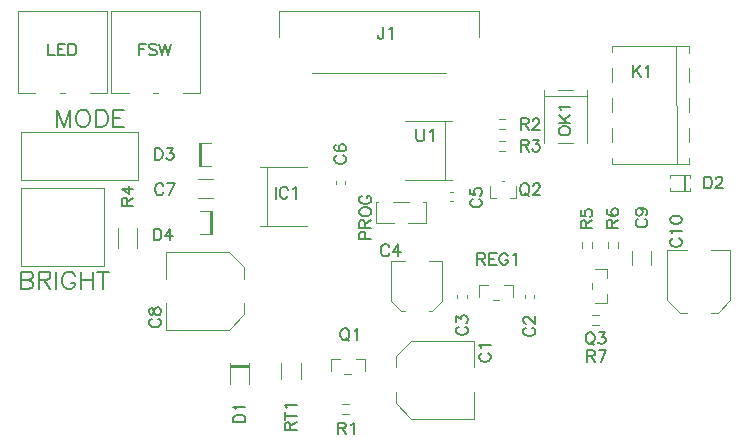
<source format=gto>
%FSLAX46Y46*%
%MOMM*%
%ADD12C,0.050000*%
%ADD10C,0.150000*%
%ADD11C,0.200000*%
G01*
%LPD*%
G01*
%LPD*%
D10*
X53369048Y28727142D02*
X53464284Y28774762D01*
D10*
X53273808Y28631904D02*
X53369048Y28727142D01*
D10*
X53226192Y28536666D02*
X53273808Y28631904D01*
D10*
X53226192Y28346190D02*
X53226192Y28536666D01*
D10*
X53273808Y28250952D02*
X53226192Y28346190D01*
D10*
X53369048Y28155714D02*
X53273808Y28250952D01*
D10*
X53464284Y28108096D02*
X53369048Y28155714D01*
D10*
X53607144Y28060476D02*
X53464284Y28108096D01*
D10*
X53845240Y28060476D02*
X53607144Y28060476D01*
D10*
X53988096Y28108096D02*
X53845240Y28060476D01*
D10*
X54083332Y28155714D02*
X53988096Y28108096D01*
D10*
X54178572Y28250952D02*
X54083332Y28155714D01*
D10*
X54226192Y28346190D02*
X54178572Y28250952D01*
D10*
X54226192Y28536666D02*
X54226192Y28346190D01*
D10*
X54178572Y28631904D02*
X54226192Y28536666D01*
D10*
X54083332Y28727142D02*
X54178572Y28631904D01*
D10*
X53988096Y28774762D02*
X54083332Y28727142D01*
D10*
X53702380Y29631904D02*
X53559524Y29679524D01*
D10*
X53797620Y29536666D02*
X53702380Y29631904D01*
D10*
X53845240Y29393810D02*
X53797620Y29536666D01*
D10*
X53845240Y29346190D02*
X53845240Y29393810D01*
D10*
X53797620Y29203334D02*
X53845240Y29346190D01*
D10*
X53702380Y29108096D02*
X53797620Y29203334D01*
D10*
X53559524Y29060476D02*
X53702380Y29108096D01*
D10*
X53511904Y29060476D02*
X53559524Y29060476D01*
D10*
X53369048Y29108096D02*
X53511904Y29060476D01*
D10*
X53273808Y29203334D02*
X53369048Y29108096D01*
D10*
X53226192Y29346190D02*
X53273808Y29203334D01*
D10*
X53226192Y29393810D02*
X53226192Y29346190D01*
D10*
X53273808Y29536666D02*
X53226192Y29393810D01*
D10*
X53369048Y29631904D02*
X53273808Y29536666D01*
D10*
X53559524Y29679524D02*
X53369048Y29631904D01*
D10*
X53797620Y29679524D02*
X53559524Y29679524D01*
D10*
X54035716Y29631904D02*
X53797620Y29679524D01*
D10*
X54178572Y29536666D02*
X54035716Y29631904D01*
D10*
X54226192Y29393810D02*
X54178572Y29536666D01*
D10*
X54226192Y29298572D02*
X54226192Y29393810D01*
D10*
X54178572Y29155714D02*
X54226192Y29298572D01*
D10*
X54083332Y29108096D02*
X54178572Y29155714D01*
D10*
X11190476Y42623808D02*
X11190476Y43623808D01*
D10*
X11809524Y43623808D02*
X11190476Y43623808D01*
D10*
X11571429Y43147620D02*
X11190476Y43147620D01*
D10*
X12571428Y43576192D02*
X12666667Y43480952D01*
D10*
X12428571Y43623808D02*
X12571428Y43576192D01*
D10*
X12238095Y43623808D02*
X12428571Y43623808D01*
D10*
X12095238Y43576192D02*
X12238095Y43623808D01*
D10*
X12000000Y43480952D02*
X12095238Y43576192D01*
D10*
X12000000Y43385716D02*
X12000000Y43480952D01*
D10*
X12047619Y43290476D02*
X12000000Y43385716D01*
D10*
X12095238Y43242856D02*
X12047619Y43290476D01*
D10*
X12190476Y43195240D02*
X12095238Y43242856D01*
D10*
X12476190Y43100000D02*
X12190476Y43195240D01*
D10*
X12571428Y43052380D02*
X12476190Y43100000D01*
D10*
X12619048Y43004760D02*
X12571428Y43052380D01*
D10*
X12666667Y42909524D02*
X12619048Y43004760D01*
D10*
X12666667Y42766668D02*
X12666667Y42909524D01*
D10*
X12571428Y42671428D02*
X12666667Y42766668D01*
D10*
X12428571Y42623808D02*
X12571428Y42671428D01*
D10*
X12238095Y42623808D02*
X12428571Y42623808D01*
D10*
X12095238Y42671428D02*
X12238095Y42623808D01*
D10*
X12000000Y42766668D02*
X12095238Y42671428D01*
D10*
X13142857Y42623808D02*
X12904762Y43623808D01*
D10*
X13142857Y42623808D02*
X13380952Y43623808D01*
D10*
X13619048Y42623808D02*
X13380952Y43623808D01*
D10*
X13619048Y42623808D02*
X13857143Y43623808D01*
D10*
X43510476Y34473808D02*
X43510476Y35473808D01*
D10*
X43939048Y35473808D02*
X43510476Y35473808D01*
D10*
X44081904Y35426192D02*
X43939048Y35473808D01*
D10*
X44129524Y35378572D02*
X44081904Y35426192D01*
D10*
X44177144Y35283332D02*
X44129524Y35378572D01*
D10*
X44177144Y35188096D02*
X44177144Y35283332D01*
D10*
X44129524Y35092856D02*
X44177144Y35188096D01*
D10*
X44081904Y35045240D02*
X44129524Y35092856D01*
D10*
X43939048Y34997620D02*
X44081904Y35045240D01*
D10*
X43510476Y34997620D02*
X43939048Y34997620D01*
D10*
X44177144Y34473808D02*
X43843808Y34997620D01*
D10*
X45081904Y35473808D02*
X44558096Y35473808D01*
D10*
X44796192Y35092856D02*
X45081904Y35473808D01*
D10*
X44939048Y35092856D02*
X44796192Y35092856D01*
D10*
X45034284Y35045240D02*
X44939048Y35092856D01*
D10*
X45081904Y34997620D02*
X45034284Y35045240D01*
D10*
X45129524Y34854760D02*
X45081904Y34997620D01*
D10*
X45129524Y34759524D02*
X45129524Y34854760D01*
D10*
X45081904Y34616668D02*
X45129524Y34759524D01*
D10*
X44986668Y34521428D02*
X45081904Y34616668D01*
D10*
X44843808Y34473808D02*
X44986668Y34521428D01*
D10*
X44700952Y34473808D02*
X44843808Y34473808D01*
D10*
X44558096Y34521428D02*
X44700952Y34473808D01*
D10*
X44510476Y34569048D02*
X44558096Y34521428D01*
D10*
X44462856Y34664284D02*
X44510476Y34569048D01*
D10*
X12169048Y20284524D02*
X12264286Y20332142D01*
D10*
X12073810Y20189286D02*
X12169048Y20284524D01*
D10*
X12026190Y20094048D02*
X12073810Y20189286D01*
D10*
X12026190Y19903572D02*
X12026190Y20094048D01*
D10*
X12073810Y19808334D02*
X12026190Y19903572D01*
D10*
X12169048Y19713096D02*
X12073810Y19808334D01*
D10*
X12264286Y19665476D02*
X12169048Y19713096D01*
D10*
X12407143Y19617858D02*
X12264286Y19665476D01*
D10*
X12645238Y19617858D02*
X12407143Y19617858D01*
D10*
X12788095Y19665476D02*
X12645238Y19617858D01*
D10*
X12883333Y19713096D02*
X12788095Y19665476D01*
D10*
X12978571Y19808334D02*
X12883333Y19713096D01*
D10*
X13026190Y19903572D02*
X12978571Y19808334D01*
D10*
X13026190Y20094048D02*
X13026190Y19903572D01*
D10*
X12978571Y20189286D02*
X13026190Y20094048D01*
D10*
X12883333Y20284524D02*
X12978571Y20189286D01*
D10*
X12788095Y20332142D02*
X12883333Y20284524D01*
D10*
X12073810Y20713096D02*
X12026190Y20855952D01*
D10*
X12169048Y20665476D02*
X12073810Y20713096D01*
D10*
X12264286Y20665476D02*
X12169048Y20665476D01*
D10*
X12359524Y20713096D02*
X12264286Y20665476D01*
D10*
X12407143Y20808334D02*
X12359524Y20713096D01*
D10*
X12454762Y20998810D02*
X12407143Y20808334D01*
D10*
X12502381Y21141666D02*
X12454762Y20998810D01*
D10*
X12597619Y21236904D02*
X12502381Y21141666D01*
D10*
X12692857Y21284524D02*
X12597619Y21236904D01*
D10*
X12835714Y21284524D02*
X12692857Y21284524D01*
D10*
X12930952Y21236904D02*
X12835714Y21284524D01*
D10*
X12978571Y21189286D02*
X12930952Y21236904D01*
D10*
X13026190Y21046428D02*
X12978571Y21189286D01*
D10*
X13026190Y20855952D02*
X13026190Y21046428D01*
D10*
X12978571Y20713096D02*
X13026190Y20855952D01*
D10*
X12930952Y20665476D02*
X12978571Y20713096D01*
D10*
X12835714Y20617858D02*
X12930952Y20665476D01*
D10*
X12692857Y20617858D02*
X12835714Y20617858D01*
D10*
X12597619Y20665476D02*
X12692857Y20617858D01*
D10*
X12502381Y20760714D02*
X12597619Y20665476D01*
D10*
X12454762Y20903572D02*
X12502381Y20760714D01*
D10*
X12407143Y21094048D02*
X12454762Y20903572D01*
D10*
X12359524Y21189286D02*
X12407143Y21094048D01*
D10*
X12264286Y21236904D02*
X12359524Y21189286D01*
D10*
X12169048Y21236904D02*
X12264286Y21236904D01*
D10*
X12073810Y21189286D02*
X12169048Y21236904D01*
D10*
X12026190Y21046428D02*
X12073810Y21189286D01*
D10*
X12026190Y20855952D02*
X12026190Y21046428D01*
D10*
X22750476Y30493810D02*
X22750476Y31493810D01*
D10*
X23750476Y31350952D02*
X23798096Y31255714D01*
D10*
X23655238Y31446190D02*
X23750476Y31350952D01*
D10*
X23560000Y31493810D02*
X23655238Y31446190D01*
D10*
X23369524Y31493810D02*
X23560000Y31493810D01*
D10*
X23274286Y31446190D02*
X23369524Y31493810D01*
D10*
X23179048Y31350952D02*
X23274286Y31446190D01*
D10*
X23131428Y31255714D02*
X23179048Y31350952D01*
D10*
X23083810Y31112858D02*
X23131428Y31255714D01*
D10*
X23083810Y30874762D02*
X23083810Y31112858D01*
D10*
X23131428Y30731904D02*
X23083810Y30874762D01*
D10*
X23179048Y30636666D02*
X23131428Y30731904D01*
D10*
X23274286Y30541428D02*
X23179048Y30636666D01*
D10*
X23369524Y30493810D02*
X23274286Y30541428D01*
D10*
X23560000Y30493810D02*
X23369524Y30493810D01*
D10*
X23655238Y30541428D02*
X23560000Y30493810D01*
D10*
X23750476Y30636666D02*
X23655238Y30541428D01*
D10*
X23798096Y30731904D02*
X23750476Y30636666D01*
D10*
X24321904Y31350952D02*
X24226666Y31303334D01*
D10*
X24464762Y31493810D02*
X24321904Y31350952D01*
D10*
X24464762Y30493810D02*
X24464762Y31493810D01*
D10*
X51776192Y28040476D02*
X50776192Y28040476D01*
D10*
X50776192Y28469048D02*
X50776192Y28040476D01*
D10*
X50823808Y28611904D02*
X50776192Y28469048D01*
D10*
X50871428Y28659524D02*
X50823808Y28611904D01*
D10*
X50966668Y28707142D02*
X50871428Y28659524D01*
D10*
X51061904Y28707142D02*
X50966668Y28707142D01*
D10*
X51157144Y28659524D02*
X51061904Y28707142D01*
D10*
X51204760Y28611904D02*
X51157144Y28659524D01*
D10*
X51252380Y28469048D02*
X51204760Y28611904D01*
D10*
X51252380Y28040476D02*
X51252380Y28469048D01*
D10*
X51776192Y28707142D02*
X51252380Y28373810D01*
D10*
X50823808Y29564286D02*
X50919048Y29611904D01*
D10*
X50776192Y29421428D02*
X50823808Y29564286D01*
D10*
X50776192Y29326190D02*
X50776192Y29421428D01*
D10*
X50823808Y29183334D02*
X50776192Y29326190D01*
D10*
X50966668Y29088096D02*
X50823808Y29183334D01*
D10*
X51204760Y29040476D02*
X50966668Y29088096D01*
D10*
X51442856Y29040476D02*
X51204760Y29040476D01*
D10*
X51633332Y29088096D02*
X51442856Y29040476D01*
D10*
X51728572Y29183334D02*
X51633332Y29088096D01*
D10*
X51776192Y29326190D02*
X51728572Y29183334D01*
D10*
X51776192Y29373810D02*
X51776192Y29326190D01*
D10*
X51728572Y29516666D02*
X51776192Y29373810D01*
D10*
X51633332Y29611904D02*
X51728572Y29516666D01*
D10*
X51490476Y29659524D02*
X51633332Y29611904D01*
D10*
X51442856Y29659524D02*
X51490476Y29659524D01*
D10*
X51300000Y29611904D02*
X51442856Y29659524D01*
D10*
X51204760Y29516666D02*
X51300000Y29611904D01*
D10*
X51157144Y29373810D02*
X51204760Y29516666D01*
D10*
X51157144Y29326190D02*
X51157144Y29373810D01*
D10*
X51204760Y29183334D02*
X51157144Y29326190D01*
D10*
X51300000Y29088096D02*
X51204760Y29183334D01*
D10*
X51442856Y29040476D02*
X51300000Y29088096D01*
D10*
X10706190Y29898096D02*
X9706190Y29898096D01*
D10*
X9706190Y30326666D02*
X9706190Y29898096D01*
D10*
X9753810Y30469524D02*
X9706190Y30326666D01*
D10*
X9801429Y30517142D02*
X9753810Y30469524D01*
D10*
X9896667Y30564762D02*
X9801429Y30517142D01*
D10*
X9991905Y30564762D02*
X9896667Y30564762D01*
D10*
X10087143Y30517142D02*
X9991905Y30564762D01*
D10*
X10134762Y30469524D02*
X10087143Y30517142D01*
D10*
X10182381Y30326666D02*
X10134762Y30469524D01*
D10*
X10182381Y29898096D02*
X10182381Y30326666D01*
D10*
X10706190Y30564762D02*
X10182381Y30231428D01*
D10*
X10372857Y30850476D02*
X9706190Y31326666D01*
D10*
X10372857Y31564762D02*
X10372857Y30850476D01*
D10*
X10706190Y31326666D02*
X9706190Y31326666D01*
D10*
X49140476Y16643810D02*
X49140476Y17643810D01*
D10*
X49569048Y17643810D02*
X49140476Y17643810D01*
D10*
X49711904Y17596190D02*
X49569048Y17643810D01*
D10*
X49759524Y17548572D02*
X49711904Y17596190D01*
D10*
X49807144Y17453334D02*
X49759524Y17548572D01*
D10*
X49807144Y17358096D02*
X49807144Y17453334D01*
D10*
X49759524Y17262858D02*
X49807144Y17358096D01*
D10*
X49711904Y17215238D02*
X49759524Y17262858D01*
D10*
X49569048Y17167620D02*
X49711904Y17215238D01*
D10*
X49140476Y17167620D02*
X49569048Y17167620D01*
D10*
X49807144Y16643810D02*
X49473808Y17167620D01*
D10*
X50283332Y16643810D02*
X50759524Y17643810D01*
D10*
X50759524Y17643810D02*
X50092856Y17643810D01*
D10*
X32324524Y26475952D02*
X32372142Y26380714D01*
D10*
X32229286Y26571190D02*
X32324524Y26475952D01*
D10*
X32134048Y26618810D02*
X32229286Y26571190D01*
D10*
X31943572Y26618810D02*
X32134048Y26618810D01*
D10*
X31848334Y26571190D02*
X31943572Y26618810D01*
D10*
X31753096Y26475952D02*
X31848334Y26571190D01*
D10*
X31705476Y26380714D02*
X31753096Y26475952D01*
D10*
X31657858Y26237858D02*
X31705476Y26380714D01*
D10*
X31657858Y25999762D02*
X31657858Y26237858D01*
D10*
X31705476Y25856904D02*
X31657858Y25999762D01*
D10*
X31753096Y25761666D02*
X31705476Y25856904D01*
D10*
X31848334Y25666428D02*
X31753096Y25761666D01*
D10*
X31943572Y25618810D02*
X31848334Y25666428D01*
D10*
X32134048Y25618810D02*
X31943572Y25618810D01*
D10*
X32229286Y25666428D02*
X32134048Y25618810D01*
D10*
X32324524Y25761666D02*
X32229286Y25666428D01*
D10*
X32372142Y25856904D02*
X32324524Y25761666D01*
D10*
X32657858Y25952142D02*
X33134048Y26618810D01*
D10*
X33372142Y25952142D02*
X32657858Y25952142D01*
D10*
X33134048Y25618810D02*
X33134048Y26618810D01*
D10*
X28433334Y19452650D02*
X28528572Y19500270D01*
D10*
X28338096Y19357412D02*
X28433334Y19452650D01*
D10*
X28290476Y19262174D02*
X28338096Y19357412D01*
D10*
X28242858Y19119318D02*
X28290476Y19262174D01*
D10*
X28242858Y18881222D02*
X28242858Y19119318D01*
D10*
X28290476Y18738364D02*
X28242858Y18881222D01*
D10*
X28338096Y18643126D02*
X28290476Y18738364D01*
D10*
X28433334Y18547888D02*
X28338096Y18643126D01*
D10*
X28528572Y18500270D02*
X28433334Y18547888D01*
D10*
X28719048Y18500270D02*
X28528572Y18500270D01*
D10*
X28814286Y18547888D02*
X28719048Y18500270D01*
D10*
X28909524Y18643126D02*
X28814286Y18547888D01*
D10*
X28957142Y18738364D02*
X28909524Y18643126D01*
D10*
X29004762Y18881222D02*
X28957142Y18738364D01*
D10*
X29004762Y19119318D02*
X29004762Y18881222D01*
D10*
X28957142Y19262174D02*
X29004762Y19119318D01*
D10*
X28909524Y19357412D02*
X28957142Y19262174D01*
D10*
X28814286Y19452650D02*
X28909524Y19357412D01*
D10*
X28719048Y19500270D02*
X28814286Y19452650D01*
D10*
X28528572Y19500270D02*
X28719048Y19500270D01*
D10*
X28957142Y18405032D02*
X28671428Y18690746D01*
D10*
X29528572Y19357412D02*
X29433334Y19309794D01*
D10*
X29671428Y19500270D02*
X29528572Y19357412D01*
D10*
X29671428Y18500270D02*
X29671428Y19500270D01*
D10*
X27859048Y34117144D02*
X27954286Y34164760D01*
D10*
X27763810Y34021904D02*
X27859048Y34117144D01*
D10*
X27716190Y33926668D02*
X27763810Y34021904D01*
D10*
X27716190Y33736192D02*
X27716190Y33926668D01*
D10*
X27763810Y33640952D02*
X27716190Y33736192D01*
D10*
X27859048Y33545714D02*
X27763810Y33640952D01*
D10*
X27954286Y33498096D02*
X27859048Y33545714D01*
D10*
X28097142Y33450476D02*
X27954286Y33498096D01*
D10*
X28335238Y33450476D02*
X28097142Y33450476D01*
D10*
X28478096Y33498096D02*
X28335238Y33450476D01*
D10*
X28573334Y33545714D02*
X28478096Y33498096D01*
D10*
X28668572Y33640952D02*
X28573334Y33545714D01*
D10*
X28716190Y33736192D02*
X28668572Y33640952D01*
D10*
X28716190Y33926668D02*
X28716190Y33736192D01*
D10*
X28668572Y34021904D02*
X28716190Y33926668D01*
D10*
X28573334Y34117144D02*
X28668572Y34021904D01*
D10*
X28478096Y34164760D02*
X28573334Y34117144D01*
D10*
X27763810Y35021904D02*
X27859048Y35069524D01*
D10*
X27716190Y34879048D02*
X27763810Y35021904D01*
D10*
X27716190Y34783808D02*
X27716190Y34879048D01*
D10*
X27763810Y34640952D02*
X27716190Y34783808D01*
D10*
X27906666Y34545716D02*
X27763810Y34640952D01*
D10*
X28144762Y34498096D02*
X27906666Y34545716D01*
D10*
X28382858Y34498096D02*
X28144762Y34498096D01*
D10*
X28573334Y34545716D02*
X28382858Y34498096D01*
D10*
X28668572Y34640952D02*
X28573334Y34545716D01*
D10*
X28716190Y34783808D02*
X28668572Y34640952D01*
D10*
X28716190Y34831428D02*
X28716190Y34783808D01*
D10*
X28668572Y34974284D02*
X28716190Y34831428D01*
D10*
X28573334Y35069524D02*
X28668572Y34974284D01*
D10*
X28430476Y35117144D02*
X28573334Y35069524D01*
D10*
X28382858Y35117144D02*
X28430476Y35117144D01*
D10*
X28240000Y35069524D02*
X28382858Y35117144D01*
D10*
X28144762Y34974284D02*
X28240000Y35069524D01*
D10*
X28097142Y34831428D02*
X28144762Y34974284D01*
D10*
X28097142Y34783808D02*
X28097142Y34831428D01*
D10*
X28144762Y34640952D02*
X28097142Y34783808D01*
D10*
X28240000Y34545716D02*
X28144762Y34640952D01*
D10*
X28382858Y34498096D02*
X28240000Y34545716D01*
D10*
X49183332Y19146190D02*
X49278572Y19193810D01*
D10*
X49088096Y19050952D02*
X49183332Y19146190D01*
D10*
X49040476Y18955714D02*
X49088096Y19050952D01*
D10*
X48992856Y18812858D02*
X49040476Y18955714D01*
D10*
X48992856Y18574762D02*
X48992856Y18812858D01*
D10*
X49040476Y18431904D02*
X48992856Y18574762D01*
D10*
X49088096Y18336666D02*
X49040476Y18431904D01*
D10*
X49183332Y18241428D02*
X49088096Y18336666D01*
D10*
X49278572Y18193810D02*
X49183332Y18241428D01*
D10*
X49469048Y18193810D02*
X49278572Y18193810D01*
D10*
X49564284Y18241428D02*
X49469048Y18193810D01*
D10*
X49659524Y18336666D02*
X49564284Y18241428D01*
D10*
X49707144Y18431904D02*
X49659524Y18336666D01*
D10*
X49754760Y18574762D02*
X49707144Y18431904D01*
D10*
X49754760Y18812858D02*
X49754760Y18574762D01*
D10*
X49707144Y18955714D02*
X49754760Y18812858D01*
D10*
X49659524Y19050952D02*
X49707144Y18955714D01*
D10*
X49564284Y19146190D02*
X49659524Y19050952D01*
D10*
X49469048Y19193810D02*
X49564284Y19146190D01*
D10*
X49278572Y19193810D02*
X49469048Y19193810D01*
D10*
X49707144Y18098572D02*
X49421428Y18384286D01*
D10*
X50659524Y19193810D02*
X50135716Y19193810D01*
D10*
X50373808Y18812858D02*
X50659524Y19193810D01*
D10*
X50516668Y18812858D02*
X50373808Y18812858D01*
D10*
X50611904Y18765238D02*
X50516668Y18812858D01*
D10*
X50659524Y18717620D02*
X50611904Y18765238D01*
D10*
X50707144Y18574762D02*
X50659524Y18717620D01*
D10*
X50707144Y18479524D02*
X50707144Y18574762D01*
D10*
X50659524Y18336666D02*
X50707144Y18479524D01*
D10*
X50564284Y18241428D02*
X50659524Y18336666D01*
D10*
X50421428Y18193810D02*
X50564284Y18241428D01*
D10*
X50278572Y18193810D02*
X50421428Y18193810D01*
D10*
X50135716Y18241428D02*
X50278572Y18193810D01*
D10*
X50088096Y18289048D02*
X50135716Y18241428D01*
D10*
X50040476Y18384286D02*
X50088096Y18289048D01*
D10*
X43869048Y19529524D02*
X43964284Y19577142D01*
D10*
X43773808Y19434286D02*
X43869048Y19529524D01*
D10*
X43726192Y19339048D02*
X43773808Y19434286D01*
D10*
X43726192Y19148572D02*
X43726192Y19339048D01*
D10*
X43773808Y19053334D02*
X43726192Y19148572D01*
D10*
X43869048Y18958096D02*
X43773808Y19053334D01*
D10*
X43964284Y18910476D02*
X43869048Y18958096D01*
D10*
X44107144Y18862858D02*
X43964284Y18910476D01*
D10*
X44345240Y18862858D02*
X44107144Y18862858D01*
D10*
X44488096Y18910476D02*
X44345240Y18862858D01*
D10*
X44583332Y18958096D02*
X44488096Y18910476D01*
D10*
X44678572Y19053334D02*
X44583332Y18958096D01*
D10*
X44726192Y19148572D02*
X44678572Y19053334D01*
D10*
X44726192Y19339048D02*
X44726192Y19148572D01*
D10*
X44678572Y19434286D02*
X44726192Y19339048D01*
D10*
X44583332Y19529524D02*
X44678572Y19434286D01*
D10*
X44488096Y19577142D02*
X44583332Y19529524D01*
D10*
X43916668Y19910476D02*
X43964284Y19910476D01*
D10*
X43821428Y19958096D02*
X43916668Y19910476D01*
D10*
X43773808Y20005714D02*
X43821428Y19958096D01*
D10*
X43726192Y20100952D02*
X43773808Y20005714D01*
D10*
X43726192Y20291428D02*
X43726192Y20100952D01*
D10*
X43773808Y20386666D02*
X43726192Y20291428D01*
D10*
X43821428Y20434286D02*
X43773808Y20386666D01*
D10*
X43916668Y20481904D02*
X43821428Y20434286D01*
D10*
X44011904Y20481904D02*
X43916668Y20481904D01*
D10*
X44107144Y20434286D02*
X44011904Y20481904D01*
D10*
X44250000Y20339048D02*
X44107144Y20434286D01*
D10*
X44726192Y19862858D02*
X44250000Y20339048D01*
D10*
X44726192Y20529524D02*
X44726192Y19862858D01*
D10*
X38169048Y19609524D02*
X38264284Y19657142D01*
D10*
X38073808Y19514286D02*
X38169048Y19609524D01*
D10*
X38026192Y19419048D02*
X38073808Y19514286D01*
D10*
X38026192Y19228572D02*
X38026192Y19419048D01*
D10*
X38073808Y19133334D02*
X38026192Y19228572D01*
D10*
X38169048Y19038096D02*
X38073808Y19133334D01*
D10*
X38264284Y18990476D02*
X38169048Y19038096D01*
D10*
X38407144Y18942858D02*
X38264284Y18990476D01*
D10*
X38645240Y18942858D02*
X38407144Y18942858D01*
D10*
X38788096Y18990476D02*
X38645240Y18942858D01*
D10*
X38883332Y19038096D02*
X38788096Y18990476D01*
D10*
X38978572Y19133334D02*
X38883332Y19038096D01*
D10*
X39026192Y19228572D02*
X38978572Y19133334D01*
D10*
X39026192Y19419048D02*
X39026192Y19228572D01*
D10*
X38978572Y19514286D02*
X39026192Y19419048D01*
D10*
X38883332Y19609524D02*
X38978572Y19514286D01*
D10*
X38788096Y19657142D02*
X38883332Y19609524D01*
D10*
X38026192Y20561904D02*
X38026192Y20038096D01*
D10*
X38407144Y20276190D02*
X38026192Y20561904D01*
D10*
X38407144Y20419048D02*
X38407144Y20276190D01*
D10*
X38454760Y20514286D02*
X38407144Y20419048D01*
D10*
X38502380Y20561904D02*
X38454760Y20514286D01*
D10*
X38645240Y20609524D02*
X38502380Y20561904D01*
D10*
X38740476Y20609524D02*
X38645240Y20609524D01*
D10*
X38883332Y20561904D02*
X38740476Y20609524D01*
D10*
X38978572Y20466666D02*
X38883332Y20561904D01*
D10*
X39026192Y20323810D02*
X38978572Y20466666D01*
D10*
X39026192Y20180952D02*
X39026192Y20323810D01*
D10*
X38978572Y20038096D02*
X39026192Y20180952D01*
D10*
X38930952Y19990476D02*
X38978572Y20038096D01*
D10*
X38835716Y19942858D02*
X38930952Y19990476D01*
D11*
X1182000Y22815714D02*
X1182000Y24315714D01*
D11*
X1824857Y24315714D02*
X1182000Y24315714D01*
D11*
X2039143Y24244286D02*
X1824857Y24315714D01*
D11*
X2110571Y24172858D02*
X2039143Y24244286D01*
D11*
X2182000Y24030000D02*
X2110571Y24172858D01*
D11*
X2182000Y23887142D02*
X2182000Y24030000D01*
D11*
X2110571Y23744286D02*
X2182000Y23887142D01*
D11*
X2039143Y23672858D02*
X2110571Y23744286D01*
D11*
X1824857Y23601428D02*
X2039143Y23672858D01*
D11*
X1824857Y23601428D02*
X1182000Y23601428D01*
D11*
X2039143Y23530000D02*
X1824857Y23601428D01*
D11*
X2110571Y23458572D02*
X2039143Y23530000D01*
D11*
X2182000Y23315714D02*
X2110571Y23458572D01*
D11*
X2182000Y23101428D02*
X2182000Y23315714D01*
D11*
X2110571Y22958572D02*
X2182000Y23101428D01*
D11*
X2039143Y22887142D02*
X2110571Y22958572D01*
D11*
X1824857Y22815714D02*
X2039143Y22887142D01*
D11*
X1182000Y22815714D02*
X1824857Y22815714D01*
D11*
X2682000Y22815714D02*
X2682000Y24315714D01*
D11*
X3324857Y24315714D02*
X2682000Y24315714D01*
D11*
X3539143Y24244286D02*
X3324857Y24315714D01*
D11*
X3610571Y24172858D02*
X3539143Y24244286D01*
D11*
X3682000Y24030000D02*
X3610571Y24172858D01*
D11*
X3682000Y23887142D02*
X3682000Y24030000D01*
D11*
X3610571Y23744286D02*
X3682000Y23887142D01*
D11*
X3539143Y23672858D02*
X3610571Y23744286D01*
D11*
X3324857Y23601428D02*
X3539143Y23672858D01*
D11*
X2682000Y23601428D02*
X3324857Y23601428D01*
D11*
X3682000Y22815714D02*
X3182000Y23601428D01*
D11*
X4182000Y22815714D02*
X4182000Y24315714D01*
D11*
X5682000Y24101428D02*
X5753428Y23958572D01*
D11*
X5539143Y24244286D02*
X5682000Y24101428D01*
D11*
X5396286Y24315714D02*
X5539143Y24244286D01*
D11*
X5110571Y24315714D02*
X5396286Y24315714D01*
D11*
X4967714Y24244286D02*
X5110571Y24315714D01*
D11*
X4824857Y24101428D02*
X4967714Y24244286D01*
D11*
X4753429Y23958572D02*
X4824857Y24101428D01*
D11*
X4682000Y23744286D02*
X4753429Y23958572D01*
D11*
X4682000Y23387142D02*
X4682000Y23744286D01*
D11*
X4753429Y23172858D02*
X4682000Y23387142D01*
D11*
X4824857Y23030000D02*
X4753429Y23172858D01*
D11*
X4967714Y22887142D02*
X4824857Y23030000D01*
D11*
X5110571Y22815714D02*
X4967714Y22887142D01*
D11*
X5396286Y22815714D02*
X5110571Y22815714D01*
D11*
X5539143Y22887142D02*
X5396286Y22815714D01*
D11*
X5682000Y23030000D02*
X5539143Y22887142D01*
D11*
X5753428Y23172858D02*
X5682000Y23030000D01*
D11*
X5753428Y23387142D02*
X5753428Y23172858D01*
D11*
X5753428Y23387142D02*
X5396286Y23387142D01*
D11*
X6253428Y22815714D02*
X6253428Y24315714D01*
D11*
X7253428Y22815714D02*
X7253428Y24315714D01*
D11*
X7253428Y23601428D02*
X6253428Y23601428D01*
D11*
X8110571Y22815714D02*
X8110571Y24315714D01*
D11*
X8610571Y24315714D02*
X7610571Y24315714D01*
D10*
X39840476Y24873810D02*
X39840476Y25873810D01*
D10*
X40269048Y25873810D02*
X39840476Y25873810D01*
D10*
X40411904Y25826190D02*
X40269048Y25873810D01*
D10*
X40459524Y25778572D02*
X40411904Y25826190D01*
D10*
X40507144Y25683334D02*
X40459524Y25778572D01*
D10*
X40507144Y25588096D02*
X40507144Y25683334D01*
D10*
X40459524Y25492858D02*
X40507144Y25588096D01*
D10*
X40411904Y25445238D02*
X40459524Y25492858D01*
D10*
X40269048Y25397620D02*
X40411904Y25445238D01*
D10*
X39840476Y25397620D02*
X40269048Y25397620D01*
D10*
X40507144Y24873810D02*
X40173808Y25397620D01*
D10*
X40840476Y24873810D02*
X40840476Y25873810D01*
D10*
X41459524Y25873810D02*
X40840476Y25873810D01*
D10*
X41221428Y25397620D02*
X40840476Y25397620D01*
D10*
X41459524Y24873810D02*
X40840476Y24873810D01*
D10*
X42364284Y25730952D02*
X42411904Y25635714D01*
D10*
X42269048Y25826190D02*
X42364284Y25730952D01*
D10*
X42173808Y25873810D02*
X42269048Y25826190D01*
D10*
X41983332Y25873810D02*
X42173808Y25873810D01*
D10*
X41888096Y25826190D02*
X41983332Y25873810D01*
D10*
X41792856Y25730952D02*
X41888096Y25826190D01*
D10*
X41745240Y25635714D02*
X41792856Y25730952D01*
D10*
X41697620Y25492858D02*
X41745240Y25635714D01*
D10*
X41697620Y25254762D02*
X41697620Y25492858D01*
D10*
X41745240Y25111904D02*
X41697620Y25254762D01*
D10*
X41792856Y25016666D02*
X41745240Y25111904D01*
D10*
X41888096Y24921428D02*
X41792856Y25016666D01*
D10*
X41983332Y24873810D02*
X41888096Y24921428D01*
D10*
X42173808Y24873810D02*
X41983332Y24873810D01*
D10*
X42269048Y24921428D02*
X42173808Y24873810D01*
D10*
X42364284Y25016666D02*
X42269048Y24921428D01*
D10*
X42411904Y25111904D02*
X42364284Y25016666D01*
D10*
X42411904Y25254762D02*
X42411904Y25111904D01*
D10*
X42411904Y25254762D02*
X42173808Y25254762D01*
D10*
X42935716Y25730952D02*
X42840476Y25683334D01*
D10*
X43078572Y25873810D02*
X42935716Y25730952D01*
D10*
X43078572Y24873810D02*
X43078572Y25873810D01*
D10*
X12423095Y26953810D02*
X12423095Y27953810D01*
D10*
X12756429Y27953810D02*
X12423095Y27953810D01*
D10*
X12899286Y27906190D02*
X12756429Y27953810D01*
D10*
X12994524Y27810952D02*
X12899286Y27906190D01*
D10*
X13042143Y27715714D02*
X12994524Y27810952D01*
D10*
X13089762Y27572858D02*
X13042143Y27715714D01*
D10*
X13089762Y27334762D02*
X13089762Y27572858D01*
D10*
X13042143Y27191904D02*
X13089762Y27334762D01*
D10*
X12994524Y27096666D02*
X13042143Y27191904D01*
D10*
X12899286Y27001428D02*
X12994524Y27096666D01*
D10*
X12756429Y26953810D02*
X12899286Y27001428D01*
D10*
X12423095Y26953810D02*
X12756429Y26953810D01*
D10*
X13375476Y27287142D02*
X13851667Y27953810D01*
D10*
X14089762Y27287142D02*
X13375476Y27287142D01*
D10*
X13851667Y26953810D02*
X13851667Y27953810D01*
D10*
X20176190Y11547072D02*
X19176190Y11547072D01*
D10*
X19176190Y11880406D02*
X19176190Y11547072D01*
D10*
X19223810Y12023263D02*
X19176190Y11880406D01*
D10*
X19319048Y12118501D02*
X19223810Y12023263D01*
D10*
X19414286Y12166120D02*
X19319048Y12118501D01*
D10*
X19557142Y12213739D02*
X19414286Y12166120D01*
D10*
X19795238Y12213739D02*
X19557142Y12213739D01*
D10*
X19938096Y12166120D02*
X19795238Y12213739D01*
D10*
X20033334Y12118501D02*
X19938096Y12166120D01*
D10*
X20128572Y12023263D02*
X20033334Y12118501D01*
D10*
X20176190Y11880406D02*
X20128572Y12023263D01*
D10*
X20176190Y11547072D02*
X20176190Y11880406D01*
D10*
X19319048Y12737548D02*
X19366666Y12642310D01*
D10*
X19176190Y12880406D02*
X19319048Y12737548D01*
D10*
X20176190Y12880406D02*
X19176190Y12880406D01*
D10*
X43510476Y36303808D02*
X43510476Y37303808D01*
D10*
X43939048Y37303808D02*
X43510476Y37303808D01*
D10*
X44081904Y37256192D02*
X43939048Y37303808D01*
D10*
X44129524Y37208572D02*
X44081904Y37256192D01*
D10*
X44177144Y37113332D02*
X44129524Y37208572D01*
D10*
X44177144Y37018096D02*
X44177144Y37113332D01*
D10*
X44129524Y36922856D02*
X44177144Y37018096D01*
D10*
X44081904Y36875240D02*
X44129524Y36922856D01*
D10*
X43939048Y36827620D02*
X44081904Y36875240D01*
D10*
X43510476Y36827620D02*
X43939048Y36827620D01*
D10*
X44177144Y36303808D02*
X43843808Y36827620D01*
D10*
X44510476Y37113332D02*
X44510476Y37065716D01*
D10*
X44558096Y37208572D02*
X44510476Y37113332D01*
D10*
X44605716Y37256192D02*
X44558096Y37208572D01*
D10*
X44700952Y37303808D02*
X44605716Y37256192D01*
D10*
X44891428Y37303808D02*
X44700952Y37303808D01*
D10*
X44986668Y37256192D02*
X44891428Y37303808D01*
D10*
X45034284Y37208572D02*
X44986668Y37256192D01*
D10*
X45081904Y37113332D02*
X45034284Y37208572D01*
D10*
X45081904Y37018096D02*
X45081904Y37113332D01*
D10*
X45034284Y36922856D02*
X45081904Y37018096D01*
D10*
X44939048Y36780000D02*
X45034284Y36922856D01*
D10*
X44462856Y36303808D02*
X44939048Y36780000D01*
D10*
X45129524Y36303808D02*
X44462856Y36303808D01*
D10*
X13203877Y31645952D02*
X13251496Y31550714D01*
D10*
X13108639Y31741190D02*
X13203877Y31645952D01*
D10*
X13013401Y31788810D02*
X13108639Y31741190D01*
D10*
X12822924Y31788810D02*
X13013401Y31788810D01*
D10*
X12727686Y31741190D02*
X12822924Y31788810D01*
D10*
X12632448Y31645952D02*
X12727686Y31741190D01*
D10*
X12584829Y31550714D02*
X12632448Y31645952D01*
D10*
X12537210Y31407858D02*
X12584829Y31550714D01*
D10*
X12537210Y31169762D02*
X12537210Y31407858D01*
D10*
X12584829Y31026904D02*
X12537210Y31169762D01*
D10*
X12632448Y30931666D02*
X12584829Y31026904D01*
D10*
X12727686Y30836428D02*
X12632448Y30931666D01*
D10*
X12822924Y30788810D02*
X12727686Y30836428D01*
D10*
X13013401Y30788810D02*
X12822924Y30788810D01*
D10*
X13108639Y30836428D02*
X13013401Y30788810D01*
D10*
X13203877Y30931666D02*
X13108639Y30836428D01*
D10*
X13251496Y31026904D02*
X13203877Y30931666D01*
D10*
X13727686Y30788810D02*
X14203877Y31788810D01*
D10*
X14203877Y31788810D02*
X13537210Y31788810D01*
D10*
X46763808Y36033332D02*
X46716192Y36128572D01*
D10*
X46859048Y35938096D02*
X46763808Y36033332D01*
D10*
X46954284Y35890476D02*
X46859048Y35938096D01*
D10*
X47097144Y35842856D02*
X46954284Y35890476D01*
D10*
X47335240Y35842856D02*
X47097144Y35842856D01*
D10*
X47478096Y35890476D02*
X47335240Y35842856D01*
D10*
X47573332Y35938096D02*
X47478096Y35890476D01*
D10*
X47668572Y36033332D02*
X47573332Y35938096D01*
D10*
X47716192Y36128572D02*
X47668572Y36033332D01*
D10*
X47716192Y36319048D02*
X47716192Y36128572D01*
D10*
X47668572Y36414284D02*
X47716192Y36319048D01*
D10*
X47573332Y36509524D02*
X47668572Y36414284D01*
D10*
X47478096Y36557144D02*
X47573332Y36509524D01*
D10*
X47335240Y36604760D02*
X47478096Y36557144D01*
D10*
X47097144Y36604760D02*
X47335240Y36604760D01*
D10*
X46954284Y36557144D02*
X47097144Y36604760D01*
D10*
X46859048Y36509524D02*
X46954284Y36557144D01*
D10*
X46763808Y36414284D02*
X46859048Y36509524D01*
D10*
X46716192Y36319048D02*
X46763808Y36414284D01*
D10*
X46716192Y36128572D02*
X46716192Y36319048D01*
D10*
X47716192Y36938096D02*
X46716192Y36938096D01*
D10*
X47382856Y36938096D02*
X46716192Y37604760D01*
D10*
X47716192Y37604760D02*
X47144760Y37176192D01*
D10*
X46859048Y38128572D02*
X46906668Y38033332D01*
D10*
X46716192Y38271428D02*
X46859048Y38128572D01*
D10*
X47716192Y38271428D02*
X46716192Y38271428D01*
D10*
X49576192Y27988096D02*
X48576192Y27988096D01*
D10*
X48576192Y28416666D02*
X48576192Y27988096D01*
D10*
X48623808Y28559524D02*
X48576192Y28416666D01*
D10*
X48671428Y28607142D02*
X48623808Y28559524D01*
D10*
X48766668Y28654762D02*
X48671428Y28607142D01*
D10*
X48861904Y28654762D02*
X48766668Y28654762D01*
D10*
X48957144Y28607142D02*
X48861904Y28654762D01*
D10*
X49004760Y28559524D02*
X48957144Y28607142D01*
D10*
X49052380Y28416666D02*
X49004760Y28559524D01*
D10*
X49052380Y27988096D02*
X49052380Y28416666D01*
D10*
X49576192Y28654762D02*
X49052380Y28321428D01*
D10*
X48576192Y29035714D02*
X48576192Y29511904D01*
D10*
X49004760Y28988096D02*
X48576192Y29035714D01*
D10*
X48957144Y29035714D02*
X49004760Y28988096D01*
D10*
X48909524Y29178572D02*
X48957144Y29035714D01*
D10*
X48909524Y29321428D02*
X48909524Y29178572D01*
D10*
X48957144Y29464286D02*
X48909524Y29321428D01*
D10*
X49052380Y29559524D02*
X48957144Y29464286D01*
D10*
X49195240Y29607142D02*
X49052380Y29559524D01*
D10*
X49290476Y29607142D02*
X49195240Y29607142D01*
D10*
X49433332Y29559524D02*
X49290476Y29607142D01*
D10*
X49528572Y29464286D02*
X49433332Y29559524D01*
D10*
X49576192Y29321428D02*
X49528572Y29464286D01*
D10*
X49576192Y29178572D02*
X49576192Y29321428D01*
D10*
X49528572Y29035714D02*
X49576192Y29178572D01*
D10*
X49480952Y28988096D02*
X49528572Y29035714D01*
D10*
X49385716Y28940476D02*
X49480952Y28988096D01*
D10*
X34660476Y35639524D02*
X34660476Y36353808D01*
D10*
X34708096Y35496668D02*
X34660476Y35639524D01*
D10*
X34803332Y35401428D02*
X34708096Y35496668D01*
D10*
X34946192Y35353808D02*
X34803332Y35401428D01*
D10*
X35041428Y35353808D02*
X34946192Y35353808D01*
D10*
X35184284Y35401428D02*
X35041428Y35353808D01*
D10*
X35279524Y35496668D02*
X35184284Y35401428D01*
D10*
X35327144Y35639524D02*
X35279524Y35496668D01*
D10*
X35327144Y36353808D02*
X35327144Y35639524D01*
D10*
X35898572Y36210952D02*
X35803332Y36163332D01*
D10*
X36041428Y36353808D02*
X35898572Y36210952D01*
D10*
X36041428Y35353808D02*
X36041428Y36353808D01*
D10*
X3490476Y42623808D02*
X3490476Y43623808D01*
D10*
X4061904Y42623808D02*
X3490476Y42623808D01*
D10*
X4300000Y42623808D02*
X4300000Y43623808D01*
D10*
X4919047Y43623808D02*
X4300000Y43623808D01*
D10*
X4680952Y43147620D02*
X4300000Y43147620D01*
D10*
X4919047Y42623808D02*
X4300000Y42623808D01*
D10*
X5204762Y42623808D02*
X5204762Y43623808D01*
D10*
X5538095Y43623808D02*
X5204762Y43623808D01*
D10*
X5680952Y43576192D02*
X5538095Y43623808D01*
D10*
X5776190Y43480952D02*
X5680952Y43576192D01*
D10*
X5823809Y43385716D02*
X5776190Y43480952D01*
D10*
X5871428Y43242856D02*
X5823809Y43385716D01*
D10*
X5871428Y43004760D02*
X5871428Y43242856D01*
D10*
X5823809Y42861904D02*
X5871428Y43004760D01*
D10*
X5776190Y42766668D02*
X5823809Y42861904D01*
D10*
X5680952Y42671428D02*
X5776190Y42766668D01*
D10*
X5538095Y42623808D02*
X5680952Y42671428D01*
D10*
X5204762Y42623808D02*
X5538095Y42623808D01*
D10*
X56299048Y27079762D02*
X56394284Y27127380D01*
D10*
X56203808Y26984524D02*
X56299048Y27079762D01*
D10*
X56156192Y26889286D02*
X56203808Y26984524D01*
D10*
X56156192Y26698810D02*
X56156192Y26889286D01*
D10*
X56203808Y26603572D02*
X56156192Y26698810D01*
D10*
X56299048Y26508334D02*
X56203808Y26603572D01*
D10*
X56394284Y26460714D02*
X56299048Y26508334D01*
D10*
X56537144Y26413096D02*
X56394284Y26460714D01*
D10*
X56775240Y26413096D02*
X56537144Y26413096D01*
D10*
X56918096Y26460714D02*
X56775240Y26413096D01*
D10*
X57013332Y26508334D02*
X56918096Y26460714D01*
D10*
X57108572Y26603572D02*
X57013332Y26508334D01*
D10*
X57156192Y26698810D02*
X57108572Y26603572D01*
D10*
X57156192Y26889286D02*
X57156192Y26698810D01*
D10*
X57108572Y26984524D02*
X57156192Y26889286D01*
D10*
X57013332Y27079762D02*
X57108572Y26984524D01*
D10*
X56918096Y27127380D02*
X57013332Y27079762D01*
D10*
X56299048Y27651190D02*
X56346668Y27555952D01*
D10*
X56156192Y27794048D02*
X56299048Y27651190D01*
D10*
X57156192Y27794048D02*
X56156192Y27794048D01*
D10*
X56203808Y28508334D02*
X56156192Y28651190D01*
D10*
X56346668Y28413096D02*
X56203808Y28508334D01*
D10*
X56584760Y28365476D02*
X56346668Y28413096D01*
D10*
X56727620Y28365476D02*
X56584760Y28365476D01*
D10*
X56965716Y28413096D02*
X56727620Y28365476D01*
D10*
X57108572Y28508334D02*
X56965716Y28413096D01*
D10*
X57156192Y28651190D02*
X57108572Y28508334D01*
D10*
X57156192Y28746428D02*
X57156192Y28651190D01*
D10*
X57108572Y28889286D02*
X57156192Y28746428D01*
D10*
X56965716Y28984524D02*
X57108572Y28889286D01*
D10*
X56727620Y29032142D02*
X56965716Y28984524D01*
D10*
X56584760Y29032142D02*
X56727620Y29032142D01*
D10*
X56346668Y28984524D02*
X56584760Y29032142D01*
D10*
X56203808Y28889286D02*
X56346668Y28984524D01*
D10*
X56156192Y28746428D02*
X56203808Y28889286D01*
D10*
X56156192Y28651190D02*
X56156192Y28746428D01*
D10*
X39369048Y30422142D02*
X39464284Y30469762D01*
D10*
X39273808Y30326904D02*
X39369048Y30422142D01*
D10*
X39226192Y30231666D02*
X39273808Y30326904D01*
D10*
X39226192Y30041190D02*
X39226192Y30231666D01*
D10*
X39273808Y29945952D02*
X39226192Y30041190D01*
D10*
X39369048Y29850714D02*
X39273808Y29945952D01*
D10*
X39464284Y29803096D02*
X39369048Y29850714D01*
D10*
X39607144Y29755476D02*
X39464284Y29803096D01*
D10*
X39845240Y29755476D02*
X39607144Y29755476D01*
D10*
X39988096Y29803096D02*
X39845240Y29755476D01*
D10*
X40083332Y29850714D02*
X39988096Y29803096D01*
D10*
X40178572Y29945952D02*
X40083332Y29850714D01*
D10*
X40226192Y30041190D02*
X40178572Y29945952D01*
D10*
X40226192Y30231666D02*
X40226192Y30041190D01*
D10*
X40178572Y30326904D02*
X40226192Y30231666D01*
D10*
X40083332Y30422142D02*
X40178572Y30326904D01*
D10*
X39988096Y30469762D02*
X40083332Y30422142D01*
D10*
X39226192Y30850714D02*
X39226192Y31326904D01*
D10*
X39654760Y30803096D02*
X39226192Y30850714D01*
D10*
X39607144Y30850714D02*
X39654760Y30803096D01*
D10*
X39559524Y30993572D02*
X39607144Y30850714D01*
D10*
X39559524Y31136428D02*
X39559524Y30993572D01*
D10*
X39607144Y31279286D02*
X39559524Y31136428D01*
D10*
X39702380Y31374524D02*
X39607144Y31279286D01*
D10*
X39845240Y31422142D02*
X39702380Y31374524D01*
D10*
X39940476Y31422142D02*
X39845240Y31422142D01*
D10*
X40083332Y31374524D02*
X39940476Y31422142D01*
D10*
X40178572Y31279286D02*
X40083332Y31374524D01*
D10*
X40226192Y31136428D02*
X40178572Y31279286D01*
D10*
X40226192Y30993572D02*
X40226192Y31136428D01*
D10*
X40178572Y30850714D02*
X40226192Y30993572D01*
D10*
X40130952Y30803096D02*
X40178572Y30850714D01*
D10*
X40035716Y30755476D02*
X40130952Y30803096D01*
D10*
X12520476Y33763808D02*
X12520476Y34763808D01*
D10*
X12853810Y34763808D02*
X12520476Y34763808D01*
D10*
X12996667Y34716192D02*
X12853810Y34763808D01*
D10*
X13091905Y34620952D02*
X12996667Y34716192D01*
D10*
X13139524Y34525716D02*
X13091905Y34620952D01*
D10*
X13187143Y34382856D02*
X13139524Y34525716D01*
D10*
X13187143Y34144760D02*
X13187143Y34382856D01*
D10*
X13139524Y34001904D02*
X13187143Y34144760D01*
D10*
X13091905Y33906668D02*
X13139524Y34001904D01*
D10*
X12996667Y33811428D02*
X13091905Y33906668D01*
D10*
X12853810Y33763808D02*
X12996667Y33811428D01*
D10*
X12520476Y33763808D02*
X12853810Y33763808D01*
D10*
X14091905Y34763808D02*
X13568095Y34763808D01*
D10*
X13806190Y34382856D02*
X14091905Y34763808D01*
D10*
X13949048Y34382856D02*
X13806190Y34382856D01*
D10*
X14044286Y34335240D02*
X13949048Y34382856D01*
D10*
X14091905Y34287620D02*
X14044286Y34335240D01*
D10*
X14139524Y34144760D02*
X14091905Y34287620D01*
D10*
X14139524Y34049524D02*
X14139524Y34144760D01*
D10*
X14091905Y33906668D02*
X14139524Y34049524D01*
D10*
X13996667Y33811428D02*
X14091905Y33906668D01*
D10*
X13853810Y33763808D02*
X13996667Y33811428D01*
D10*
X13710952Y33763808D02*
X13853810Y33763808D01*
D10*
X13568095Y33811428D02*
X13710952Y33763808D01*
D10*
X13520476Y33859048D02*
X13568095Y33811428D01*
D10*
X13472857Y33954284D02*
X13520476Y33859048D01*
D10*
X40119048Y17357142D02*
X40214284Y17404762D01*
D10*
X40023808Y17261904D02*
X40119048Y17357142D01*
D10*
X39976192Y17166666D02*
X40023808Y17261904D01*
D10*
X39976192Y16976190D02*
X39976192Y17166666D01*
D10*
X40023808Y16880952D02*
X39976192Y16976190D01*
D10*
X40119048Y16785714D02*
X40023808Y16880952D01*
D10*
X40214284Y16738095D02*
X40119048Y16785714D01*
D10*
X40357144Y16690476D02*
X40214284Y16738095D01*
D10*
X40595240Y16690476D02*
X40357144Y16690476D01*
D10*
X40738096Y16738095D02*
X40595240Y16690476D01*
D10*
X40833332Y16785714D02*
X40738096Y16738095D01*
D10*
X40928572Y16880952D02*
X40833332Y16785714D01*
D10*
X40976192Y16976190D02*
X40928572Y16880952D01*
D10*
X40976192Y17166666D02*
X40976192Y16976190D01*
D10*
X40928572Y17261904D02*
X40976192Y17166666D01*
D10*
X40833332Y17357142D02*
X40928572Y17261904D01*
D10*
X40738096Y17404762D02*
X40833332Y17357142D01*
D10*
X40119048Y17928572D02*
X40166668Y17833334D01*
D10*
X39976192Y18071428D02*
X40119048Y17928572D01*
D10*
X40976192Y18071428D02*
X39976192Y18071428D01*
D10*
X30836190Y27042858D02*
X29836190Y27042858D01*
D10*
X29836190Y27471428D02*
X29836190Y27042858D01*
D10*
X29883810Y27614286D02*
X29836190Y27471428D01*
D10*
X29931428Y27661904D02*
X29883810Y27614286D01*
D10*
X30026666Y27709524D02*
X29931428Y27661904D01*
D10*
X30169524Y27709524D02*
X30026666Y27709524D01*
D10*
X30264762Y27661904D02*
X30169524Y27709524D01*
D10*
X30312380Y27614286D02*
X30264762Y27661904D01*
D10*
X30360000Y27471428D02*
X30312380Y27614286D01*
D10*
X30360000Y27042858D02*
X30360000Y27471428D01*
D10*
X30836190Y28042858D02*
X29836190Y28042858D01*
D10*
X29836190Y28471428D02*
X29836190Y28042858D01*
D10*
X29883810Y28614286D02*
X29836190Y28471428D01*
D10*
X29931428Y28661904D02*
X29883810Y28614286D01*
D10*
X30026666Y28709524D02*
X29931428Y28661904D01*
D10*
X30121904Y28709524D02*
X30026666Y28709524D01*
D10*
X30217142Y28661904D02*
X30121904Y28709524D01*
D10*
X30264762Y28614286D02*
X30217142Y28661904D01*
D10*
X30312380Y28471428D02*
X30264762Y28614286D01*
D10*
X30312380Y28042858D02*
X30312380Y28471428D01*
D10*
X30836190Y28709524D02*
X30312380Y28376190D01*
D10*
X29883810Y29185714D02*
X29836190Y29280952D01*
D10*
X29979048Y29090476D02*
X29883810Y29185714D01*
D10*
X30074286Y29042858D02*
X29979048Y29090476D01*
D10*
X30217142Y28995238D02*
X30074286Y29042858D01*
D10*
X30455238Y28995238D02*
X30217142Y28995238D01*
D10*
X30598096Y29042858D02*
X30455238Y28995238D01*
D10*
X30693334Y29090476D02*
X30598096Y29042858D01*
D10*
X30788572Y29185714D02*
X30693334Y29090476D01*
D10*
X30836190Y29280952D02*
X30788572Y29185714D01*
D10*
X30836190Y29471428D02*
X30836190Y29280952D01*
D10*
X30788572Y29566666D02*
X30836190Y29471428D01*
D10*
X30693334Y29661904D02*
X30788572Y29566666D01*
D10*
X30598096Y29709524D02*
X30693334Y29661904D01*
D10*
X30455238Y29757142D02*
X30598096Y29709524D01*
D10*
X30217142Y29757142D02*
X30455238Y29757142D01*
D10*
X30074286Y29709524D02*
X30217142Y29757142D01*
D10*
X29979048Y29661904D02*
X30074286Y29709524D01*
D10*
X29883810Y29566666D02*
X29979048Y29661904D01*
D10*
X29836190Y29471428D02*
X29883810Y29566666D01*
D10*
X29836190Y29280952D02*
X29836190Y29471428D01*
D10*
X29979048Y30709524D02*
X30074286Y30757142D01*
D10*
X29883810Y30614286D02*
X29979048Y30709524D01*
D10*
X29836190Y30519048D02*
X29883810Y30614286D01*
D10*
X29836190Y30328572D02*
X29836190Y30519048D01*
D10*
X29883810Y30233334D02*
X29836190Y30328572D01*
D10*
X29979048Y30138096D02*
X29883810Y30233334D01*
D10*
X30074286Y30090476D02*
X29979048Y30138096D01*
D10*
X30217142Y30042858D02*
X30074286Y30090476D01*
D10*
X30455238Y30042858D02*
X30217142Y30042858D01*
D10*
X30598096Y30090476D02*
X30455238Y30042858D01*
D10*
X30693334Y30138096D02*
X30598096Y30090476D01*
D10*
X30788572Y30233334D02*
X30693334Y30138096D01*
D10*
X30836190Y30328572D02*
X30788572Y30233334D01*
D10*
X30836190Y30519048D02*
X30836190Y30328572D01*
D10*
X30788572Y30614286D02*
X30836190Y30519048D01*
D10*
X30693334Y30709524D02*
X30788572Y30614286D01*
D10*
X30598096Y30757142D02*
X30693334Y30709524D01*
D10*
X30455238Y30757142D02*
X30598096Y30757142D01*
D10*
X30455238Y30757142D02*
X30455238Y30519048D01*
D10*
X43653332Y31726190D02*
X43748572Y31773810D01*
D10*
X43558096Y31630952D02*
X43653332Y31726190D01*
D10*
X43510476Y31535714D02*
X43558096Y31630952D01*
D10*
X43462856Y31392858D02*
X43510476Y31535714D01*
D10*
X43462856Y31154762D02*
X43462856Y31392858D01*
D10*
X43510476Y31011904D02*
X43462856Y31154762D01*
D10*
X43558096Y30916666D02*
X43510476Y31011904D01*
D10*
X43653332Y30821428D02*
X43558096Y30916666D01*
D10*
X43748572Y30773810D02*
X43653332Y30821428D01*
D10*
X43939048Y30773810D02*
X43748572Y30773810D01*
D10*
X44034284Y30821428D02*
X43939048Y30773810D01*
D10*
X44129524Y30916666D02*
X44034284Y30821428D01*
D10*
X44177144Y31011904D02*
X44129524Y30916666D01*
D10*
X44224760Y31154762D02*
X44177144Y31011904D01*
D10*
X44224760Y31392858D02*
X44224760Y31154762D01*
D10*
X44177144Y31535714D02*
X44224760Y31392858D01*
D10*
X44129524Y31630952D02*
X44177144Y31535714D01*
D10*
X44034284Y31726190D02*
X44129524Y31630952D01*
D10*
X43939048Y31773810D02*
X44034284Y31726190D01*
D10*
X43748572Y31773810D02*
X43939048Y31773810D01*
D10*
X44177144Y30678572D02*
X43891428Y30964286D01*
D10*
X44558096Y31583334D02*
X44558096Y31535714D01*
D10*
X44605716Y31678572D02*
X44558096Y31583334D01*
D10*
X44653332Y31726190D02*
X44605716Y31678572D01*
D10*
X44748572Y31773810D02*
X44653332Y31726190D01*
D10*
X44939048Y31773810D02*
X44748572Y31773810D01*
D10*
X45034284Y31726190D02*
X44939048Y31773810D01*
D10*
X45081904Y31678572D02*
X45034284Y31726190D01*
D10*
X45129524Y31583334D02*
X45081904Y31678572D01*
D10*
X45129524Y31488096D02*
X45129524Y31583334D01*
D10*
X45081904Y31392858D02*
X45129524Y31488096D01*
D10*
X44986668Y31250000D02*
X45081904Y31392858D01*
D10*
X44510476Y30773810D02*
X44986668Y31250000D01*
D10*
X45177144Y30773810D02*
X44510476Y30773810D01*
D10*
X24526190Y10890476D02*
X23526190Y10890476D01*
D10*
X23526190Y11319048D02*
X23526190Y10890476D01*
D10*
X23573810Y11461905D02*
X23526190Y11319048D01*
D10*
X23621428Y11509524D02*
X23573810Y11461905D01*
D10*
X23716666Y11557143D02*
X23621428Y11509524D01*
D10*
X23811904Y11557143D02*
X23716666Y11557143D01*
D10*
X23907142Y11509524D02*
X23811904Y11557143D01*
D10*
X23954762Y11461905D02*
X23907142Y11509524D01*
D10*
X24002380Y11319048D02*
X23954762Y11461905D01*
D10*
X24002380Y10890476D02*
X24002380Y11319048D01*
D10*
X24526190Y11557143D02*
X24002380Y11223810D01*
D10*
X24526190Y12080952D02*
X23526190Y12080952D01*
D10*
X23526190Y12414286D02*
X23526190Y11747619D01*
D10*
X23669048Y12842857D02*
X23716666Y12747619D01*
D10*
X23526190Y12985714D02*
X23669048Y12842857D01*
D10*
X24526190Y12985714D02*
X23526190Y12985714D01*
D10*
X28040476Y10523810D02*
X28040476Y11523810D01*
D10*
X28469048Y11523810D02*
X28040476Y11523810D01*
D10*
X28611904Y11476190D02*
X28469048Y11523810D01*
D10*
X28659524Y11428571D02*
X28611904Y11476190D01*
D10*
X28707142Y11333333D02*
X28659524Y11428571D01*
D10*
X28707142Y11238095D02*
X28707142Y11333333D01*
D10*
X28659524Y11142857D02*
X28707142Y11238095D01*
D10*
X28611904Y11095238D02*
X28659524Y11142857D01*
D10*
X28469048Y11047619D02*
X28611904Y11095238D01*
D10*
X28040476Y11047619D02*
X28469048Y11047619D01*
D10*
X28707142Y10523810D02*
X28373810Y11047619D01*
D10*
X29230952Y11380952D02*
X29135714Y11333333D01*
D10*
X29373810Y11523810D02*
X29230952Y11380952D01*
D10*
X29373810Y10523810D02*
X29373810Y11523810D01*
D10*
X52988096Y40773808D02*
X52988096Y41773808D01*
D10*
X52988096Y41107144D02*
X53654760Y41773808D01*
D10*
X53654760Y40773808D02*
X53226192Y41345240D01*
D10*
X54178572Y41630952D02*
X54083332Y41583332D01*
D10*
X54321428Y41773808D02*
X54178572Y41630952D01*
D10*
X54321428Y40773808D02*
X54321428Y41773808D01*
D10*
X59013096Y31353810D02*
X59013096Y32353810D01*
D10*
X59346428Y32353810D02*
X59013096Y32353810D01*
D10*
X59489284Y32306190D02*
X59346428Y32353810D01*
D10*
X59584524Y32210952D02*
X59489284Y32306190D01*
D10*
X59632144Y32115714D02*
X59584524Y32210952D01*
D10*
X59679760Y31972858D02*
X59632144Y32115714D01*
D10*
X59679760Y31734762D02*
X59679760Y31972858D01*
D10*
X59632144Y31591904D02*
X59679760Y31734762D01*
D10*
X59584524Y31496666D02*
X59632144Y31591904D01*
D10*
X59489284Y31401428D02*
X59584524Y31496666D01*
D10*
X59346428Y31353810D02*
X59489284Y31401428D01*
D10*
X59013096Y31353810D02*
X59346428Y31353810D01*
D10*
X60013096Y32163334D02*
X60013096Y32115714D01*
D10*
X60060716Y32258572D02*
X60013096Y32163334D01*
D10*
X60108332Y32306190D02*
X60060716Y32258572D01*
D10*
X60203572Y32353810D02*
X60108332Y32306190D01*
D10*
X60394048Y32353810D02*
X60203572Y32353810D01*
D10*
X60489284Y32306190D02*
X60394048Y32353810D01*
D10*
X60536904Y32258572D02*
X60489284Y32306190D01*
D10*
X60584524Y32163334D02*
X60536904Y32258572D01*
D10*
X60584524Y32068096D02*
X60584524Y32163334D01*
D10*
X60536904Y31972858D02*
X60584524Y32068096D01*
D10*
X60441668Y31830000D02*
X60536904Y31972858D01*
D10*
X59965476Y31353810D02*
X60441668Y31830000D01*
D10*
X60632144Y31353810D02*
X59965476Y31353810D01*
D11*
X4235714Y36535716D02*
X4235714Y38035716D01*
D11*
X4807143Y36535716D02*
X4235714Y38035716D01*
D11*
X4807143Y36535716D02*
X5378571Y38035716D01*
D11*
X5378571Y36535716D02*
X5378571Y38035716D01*
D11*
X6164286Y37964284D02*
X6307143Y38035716D01*
D11*
X6021428Y37821428D02*
X6164286Y37964284D01*
D11*
X5950000Y37678572D02*
X6021428Y37821428D01*
D11*
X5878571Y37464284D02*
X5950000Y37678572D01*
D11*
X5878571Y37107144D02*
X5878571Y37464284D01*
D11*
X5950000Y36892856D02*
X5878571Y37107144D01*
D11*
X6021428Y36750000D02*
X5950000Y36892856D01*
D11*
X6164286Y36607144D02*
X6021428Y36750000D01*
D11*
X6307143Y36535716D02*
X6164286Y36607144D01*
D11*
X6592857Y36535716D02*
X6307143Y36535716D01*
D11*
X6735714Y36607144D02*
X6592857Y36535716D01*
D11*
X6878571Y36750000D02*
X6735714Y36607144D01*
D11*
X6950000Y36892856D02*
X6878571Y36750000D01*
D11*
X7021428Y37107144D02*
X6950000Y36892856D01*
D11*
X7021428Y37464284D02*
X7021428Y37107144D01*
D11*
X6950000Y37678572D02*
X7021428Y37464284D01*
D11*
X6878571Y37821428D02*
X6950000Y37678572D01*
D11*
X6735714Y37964284D02*
X6878571Y37821428D01*
D11*
X6592857Y38035716D02*
X6735714Y37964284D01*
D11*
X6307143Y38035716D02*
X6592857Y38035716D01*
D11*
X7521428Y36535716D02*
X7521428Y38035716D01*
D11*
X8021428Y38035716D02*
X7521428Y38035716D01*
D11*
X8235714Y37964284D02*
X8021428Y38035716D01*
D11*
X8378571Y37821428D02*
X8235714Y37964284D01*
D11*
X8450000Y37678572D02*
X8378571Y37821428D01*
D11*
X8521428Y37464284D02*
X8450000Y37678572D01*
D11*
X8521428Y37107144D02*
X8521428Y37464284D01*
D11*
X8450000Y36892856D02*
X8521428Y37107144D01*
D11*
X8378571Y36750000D02*
X8450000Y36892856D01*
D11*
X8235714Y36607144D02*
X8378571Y36750000D01*
D11*
X8021428Y36535716D02*
X8235714Y36607144D01*
D11*
X7521428Y36535716D02*
X8021428Y36535716D01*
D11*
X9021428Y36535716D02*
X9021428Y38035716D01*
D11*
X9950000Y38035716D02*
X9021428Y38035716D01*
D11*
X9592857Y37321428D02*
X9021428Y37321428D01*
D11*
X9950000Y36535716D02*
X9021428Y36535716D01*
D12*
X24870000Y15240000D02*
X24870000Y16560000D01*
D12*
X23170000Y15240000D02*
X23170000Y16560000D01*
D12*
X29125000Y15626461D02*
X28575000Y15626461D01*
D12*
X27400000Y15901461D02*
X27400000Y16926461D01*
D12*
X30300000Y16926461D02*
X30300000Y15901461D01*
D12*
X29525000Y16926461D02*
X30300000Y16926461D01*
D12*
X27400000Y16926461D02*
X28175000Y16926461D01*
D12*
X44650000Y22100000D02*
X44650000Y22300000D01*
D12*
X43850000Y22100000D02*
X43850000Y22300000D01*
D12*
X49575000Y20645000D02*
X50125000Y20645000D01*
D12*
X49575000Y19795000D02*
X50125000Y19795000D01*
D12*
X52950000Y26095000D02*
X52950000Y24845000D01*
D12*
X54550000Y26095000D02*
X54550000Y24845000D01*
D12*
X49140000Y39150000D02*
X45440000Y39150000D01*
D12*
X49140000Y35200000D02*
X49140000Y39700000D01*
D12*
X47940000Y35200000D02*
X46640000Y35200000D01*
D12*
X47940000Y39700000D02*
X46640000Y39700000D01*
D12*
X45440000Y39700000D02*
X45440000Y35200000D01*
D12*
X56700000Y33400000D02*
X56650000Y43400000D01*
D12*
X51250000Y43400000D02*
X57750000Y43400000D01*
D12*
X51250000Y40350000D02*
X51250000Y41550000D01*
D12*
X57750000Y43400000D02*
X57750000Y42850000D01*
D12*
X57750000Y36450000D02*
X57750000Y35250000D01*
D12*
X51250000Y35250000D02*
X51250000Y36450000D01*
D12*
X57750000Y33400000D02*
X51250000Y33400000D01*
D12*
X57750000Y40350000D02*
X57750000Y41550000D01*
D12*
X57750000Y39000000D02*
X57750000Y37800000D01*
D12*
X51250000Y42900000D02*
X51250000Y43400000D01*
D12*
X51250000Y37800000D02*
X51250000Y39000000D01*
D12*
X57750000Y33950000D02*
X57750000Y33400000D01*
D12*
X51250000Y33400000D02*
X51250000Y33950000D01*
D12*
X1200000Y36100000D02*
X11100000Y36100000D01*
D12*
X11100000Y32100000D02*
X1200000Y32100000D01*
D12*
X11100000Y36100000D02*
X11100000Y32100000D01*
D12*
X1200000Y32100000D02*
X1200000Y36100000D01*
D12*
X20500000Y16608977D02*
X20500000Y14808977D01*
D12*
X20500000Y16258977D02*
X18900000Y16258977D01*
D12*
X20500000Y16408977D02*
X18900000Y16408977D01*
D12*
X18900000Y16608977D02*
X18900000Y14808977D01*
D12*
X20500000Y16308977D02*
X18900000Y16308977D01*
D12*
X18900000Y16358977D02*
X20500000Y16358977D01*
D12*
X50875000Y26275000D02*
X50875000Y26825000D01*
D12*
X51725000Y26275000D02*
X51725000Y26825000D01*
D12*
X27840000Y31960000D02*
X27840000Y31760000D01*
D12*
X28640000Y31960000D02*
X28640000Y31760000D01*
D12*
X17355000Y29415000D02*
X17305000Y29415000D01*
D12*
X17305000Y27465000D02*
X17255000Y27465000D01*
D12*
X17255000Y27465000D02*
X17255000Y29415000D01*
D12*
X17205000Y27465000D02*
X17180000Y27465000D01*
D12*
X17205000Y29415000D02*
X17205000Y27465000D01*
D12*
X16355000Y29415000D02*
X17355000Y29415000D01*
D12*
X17305000Y29415000D02*
X17305000Y27465000D01*
D12*
X17355000Y27465000D02*
X17355000Y29415000D01*
D12*
X17255000Y29415000D02*
X17205000Y29415000D01*
D12*
X17355000Y27465000D02*
X16352500Y27465000D01*
D12*
X57555000Y20850000D02*
X56980000Y20850000D01*
D12*
X55930000Y21900000D02*
X55930000Y26150000D01*
D12*
X60180000Y20850000D02*
X59605000Y20850000D01*
D12*
X61230000Y26150000D02*
X59605000Y26150000D01*
D12*
X60180000Y20850000D02*
X61230000Y21900000D01*
D12*
X56980000Y20850000D02*
X55930000Y21900000D01*
D12*
X61230000Y21900000D02*
X61230000Y26150000D01*
D12*
X55930000Y26150000D02*
X57555000Y26150000D01*
D12*
X1200000Y31400000D02*
X8200000Y31400000D01*
D12*
X8200000Y24800000D02*
X1200000Y24800000D01*
D12*
X8200000Y31400000D02*
X8200000Y24800000D01*
D12*
X1200000Y24800000D02*
X1200000Y31400000D01*
D12*
X28375000Y13101461D02*
X28925000Y13101461D01*
D12*
X28375000Y12251461D02*
X28925000Y12251461D01*
D12*
X38950000Y22100000D02*
X38950000Y22300000D01*
D12*
X38150000Y22100000D02*
X38150000Y22300000D01*
D12*
X13500000Y19400000D02*
X13500000Y21675000D01*
D12*
X20100000Y24700000D02*
X20100000Y23725000D01*
D12*
X20100000Y20700000D02*
X20100000Y21675000D01*
D12*
X20100000Y20700000D02*
X18800000Y19400000D01*
D12*
X13500000Y26000000D02*
X13500000Y23725000D01*
D12*
X18800000Y26000000D02*
X20100000Y24700000D01*
D12*
X18800000Y19400000D02*
X13500000Y19400000D01*
D12*
X13500000Y26000000D02*
X18800000Y26000000D01*
D12*
X31260000Y28400000D02*
X32760000Y28400000D01*
D12*
X35460000Y30200000D02*
X35460000Y28400000D01*
D12*
X35460000Y28400000D02*
X33960000Y28400000D01*
D12*
X35260000Y30200000D02*
X35460000Y30200000D01*
D12*
X32690000Y30200000D02*
X34030000Y30200000D01*
D12*
X31460000Y30200000D02*
X31260000Y30200000D01*
D12*
X31260000Y30200000D02*
X31260000Y28400000D01*
D12*
X41645000Y35375000D02*
X42195000Y35375000D01*
D12*
X41645000Y34525000D02*
X42195000Y34525000D01*
D12*
X40920000Y30550000D02*
X40920000Y31525000D01*
D12*
X43120000Y31525000D02*
X43120000Y30550000D01*
D12*
X43120000Y30550000D02*
X42595000Y30550000D01*
D12*
X41445000Y30550000D02*
X40920000Y30550000D01*
D12*
X41945000Y31950000D02*
X42095000Y31950000D01*
D12*
X49550000Y22825000D02*
X49550000Y23375000D01*
D12*
X49825000Y24550000D02*
X50850000Y24550000D01*
D12*
X50850000Y21650000D02*
X49825000Y21650000D01*
D12*
X50850000Y22425000D02*
X50850000Y21650000D01*
D12*
X50850000Y24550000D02*
X50850000Y23775000D01*
D12*
X49525000Y26825000D02*
X49525000Y26275000D01*
D12*
X48675000Y26825000D02*
X48675000Y26275000D01*
D12*
X37750000Y31090000D02*
X37550000Y31090000D01*
D12*
X37750000Y30290000D02*
X37550000Y30290000D01*
D12*
X57825000Y31405000D02*
X57825000Y31180000D01*
D12*
X57825000Y32480000D02*
X57825000Y32255000D01*
D12*
X57300000Y31205000D02*
X57300000Y32455000D01*
D12*
X56125000Y32480000D02*
X57825000Y32480000D01*
D12*
X57825000Y31180000D02*
X56125000Y31180000D01*
D12*
X56125000Y32255000D02*
X56125000Y32480000D01*
D12*
X56125000Y31180000D02*
X56125000Y31405000D01*
D12*
X57400000Y31205000D02*
X57400000Y32455000D01*
D12*
X57350000Y31205000D02*
X57350000Y32455000D01*
D12*
X37720000Y32100000D02*
X33740000Y32100000D01*
D12*
X33740000Y37100000D02*
X37720000Y37100000D01*
D12*
X37080000Y32100000D02*
X37080000Y37100000D01*
D12*
X21410000Y33200000D02*
X25390000Y33200000D01*
D12*
X25390000Y28200000D02*
X21410000Y28200000D01*
D12*
X22050000Y33200000D02*
X22050000Y28200000D01*
D12*
X41675000Y21900000D02*
X41125000Y21900000D01*
D12*
X39950000Y22175000D02*
X39950000Y23200000D01*
D12*
X42850000Y23200000D02*
X42850000Y22175000D01*
D12*
X42075000Y23200000D02*
X42850000Y23200000D01*
D12*
X39950000Y23200000D02*
X40725000Y23200000D01*
D12*
X17471117Y32140000D02*
X16221117Y32140000D01*
D12*
X17471117Y30540000D02*
X16221117Y30540000D01*
D12*
X8850000Y46400000D02*
X8850000Y39400000D01*
D12*
X8850000Y46400000D02*
X16350000Y46400000D01*
D12*
X16350000Y46400000D02*
X16350000Y39400000D01*
D12*
X16350000Y39400000D02*
X14900000Y39400000D01*
D12*
X8850000Y39400000D02*
X10300000Y39400000D01*
D12*
X12400000Y39400000D02*
X12800000Y39400000D01*
D12*
X41645000Y37205000D02*
X42195000Y37205000D01*
D12*
X41645000Y36355000D02*
X42195000Y36355000D01*
D12*
X950000Y46400000D02*
X950000Y39400000D01*
D12*
X950000Y46400000D02*
X8450000Y46400000D01*
D12*
X8450000Y46400000D02*
X8450000Y39400000D01*
D12*
X8450000Y39400000D02*
X7000000Y39400000D01*
D12*
X950000Y39400000D02*
X2400000Y39400000D01*
D12*
X4500000Y39400000D02*
X4900000Y39400000D01*
D12*
X40000000Y46400000D02*
X40000000Y44200000D01*
D12*
X37150000Y41100000D02*
X25850000Y41100000D01*
D12*
X23000000Y46400000D02*
X23000000Y44200000D01*
D12*
X23000000Y46400000D02*
X40000000Y46400000D01*
D10*
X31857142Y44261904D02*
X31857142Y45023808D01*
D10*
X31809524Y44119048D02*
X31857142Y44261904D01*
D10*
X31761904Y44071428D02*
X31809524Y44119048D01*
D10*
X31666666Y44023808D02*
X31761904Y44071428D01*
D10*
X31571428Y44023808D02*
X31666666Y44023808D01*
D10*
X31476190Y44071428D02*
X31571428Y44023808D01*
D10*
X31428572Y44119048D02*
X31476190Y44071428D01*
D10*
X31380952Y44261904D02*
X31428572Y44119048D01*
D10*
X31380952Y44357144D02*
X31380952Y44261904D01*
D10*
X32428572Y44880952D02*
X32333334Y44833332D01*
D10*
X32571428Y45023808D02*
X32428572Y44880952D01*
D10*
X32571428Y44023808D02*
X32571428Y45023808D01*
D12*
X39530000Y18476461D02*
X39530000Y16201461D01*
D12*
X32930000Y13176461D02*
X32930000Y14151461D01*
D12*
X32930000Y17176461D02*
X32930000Y16201461D01*
D12*
X32930000Y17176461D02*
X34230000Y18476461D01*
D12*
X39530000Y11876461D02*
X39530000Y14151461D01*
D12*
X34230000Y11876461D02*
X32930000Y13176461D01*
D12*
X34230000Y18476461D02*
X39530000Y18476461D01*
D12*
X39530000Y11876461D02*
X34230000Y11876461D01*
D12*
X9430000Y27985000D02*
X9430000Y26335000D01*
D12*
X11030000Y27985000D02*
X11030000Y26335000D01*
D12*
X16305000Y33265000D02*
X16355000Y33265000D01*
D12*
X16355000Y35215000D02*
X16405000Y35215000D01*
D12*
X16405000Y35215000D02*
X16405000Y33265000D01*
D12*
X16455000Y35215000D02*
X16480000Y35215000D01*
D12*
X16455000Y33265000D02*
X16455000Y35215000D01*
D12*
X17305000Y33265000D02*
X16305000Y33265000D01*
D12*
X16355000Y33265000D02*
X16355000Y35215000D01*
D12*
X16305000Y35215000D02*
X16305000Y33265000D01*
D12*
X16405000Y33265000D02*
X16455000Y33265000D01*
D12*
X16305000Y35215000D02*
X17307500Y35215000D01*
D12*
X32550000Y21800000D02*
X33400000Y20950000D01*
D12*
X33400000Y20950000D02*
X32550000Y21800000D01*
D12*
X36000000Y20950000D02*
X36850000Y21800000D01*
D12*
X36000000Y20950000D02*
X35725000Y20950000D01*
D12*
X32550000Y25250000D02*
X33675000Y25250000D01*
D12*
X32550000Y25250000D02*
X32550000Y21800000D01*
D12*
X32550000Y21800000D02*
X33400000Y20950000D01*
D12*
X36850000Y25250000D02*
X35725000Y25250000D01*
D12*
X33400000Y20950000D02*
X33670000Y20950000D01*
D12*
X33400000Y20950000D02*
X33400000Y20950000D01*
D12*
X36850000Y21800000D02*
X36850000Y25250000D01*
G75*
M02*

</source>
